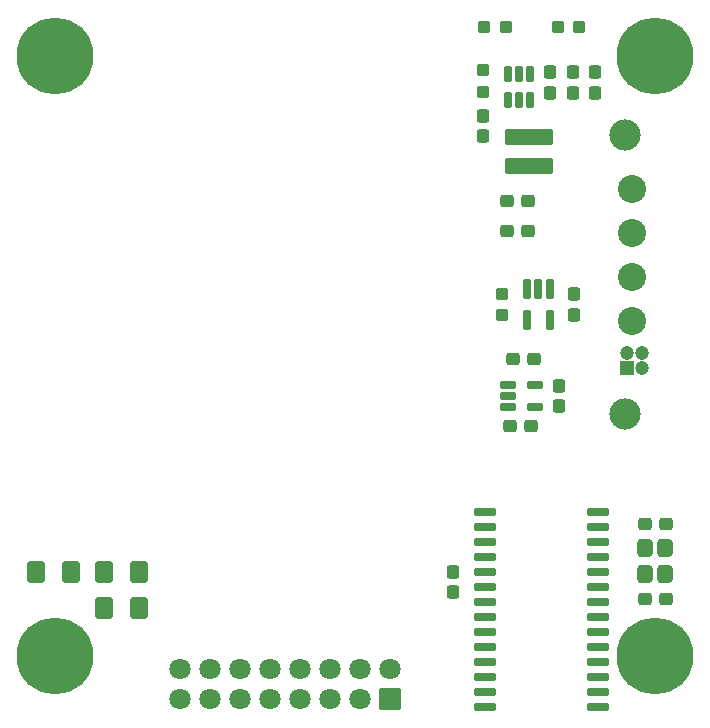
<source format=gts>
G04 #@! TF.GenerationSoftware,KiCad,Pcbnew,9.0.6*
G04 #@! TF.CreationDate,2026-01-15T23:38:00-05:00*
G04 #@! TF.ProjectId,telemetry_transmitter,74656c65-6d65-4747-9279-5f7472616e73,rev?*
G04 #@! TF.SameCoordinates,Original*
G04 #@! TF.FileFunction,Soldermask,Top*
G04 #@! TF.FilePolarity,Negative*
%FSLAX46Y46*%
G04 Gerber Fmt 4.6, Leading zero omitted, Abs format (unit mm)*
G04 Created by KiCad (PCBNEW 9.0.6) date 2026-01-15 23:38:00*
%MOMM*%
%LPD*%
G01*
G04 APERTURE LIST*
G04 Aperture macros list*
%AMRoundRect*
0 Rectangle with rounded corners*
0 $1 Rounding radius*
0 $2 $3 $4 $5 $6 $7 $8 $9 X,Y pos of 4 corners*
0 Add a 4 corners polygon primitive as box body*
4,1,4,$2,$3,$4,$5,$6,$7,$8,$9,$2,$3,0*
0 Add four circle primitives for the rounded corners*
1,1,$1+$1,$2,$3*
1,1,$1+$1,$4,$5*
1,1,$1+$1,$6,$7*
1,1,$1+$1,$8,$9*
0 Add four rect primitives between the rounded corners*
20,1,$1+$1,$2,$3,$4,$5,0*
20,1,$1+$1,$4,$5,$6,$7,0*
20,1,$1+$1,$6,$7,$8,$9,0*
20,1,$1+$1,$8,$9,$2,$3,0*%
G04 Aperture macros list end*
%ADD10RoundRect,0.263000X-0.263000X0.325500X-0.263000X-0.325500X0.263000X-0.325500X0.263000X0.325500X0*%
%ADD11RoundRect,0.263000X0.275500X0.263000X-0.275500X0.263000X-0.275500X-0.263000X0.275500X-0.263000X0*%
%ADD12RoundRect,0.263000X-0.325500X-0.263000X0.325500X-0.263000X0.325500X0.263000X-0.325500X0.263000X0*%
%ADD13RoundRect,0.263000X0.263000X-0.325500X0.263000X0.325500X-0.263000X0.325500X-0.263000X-0.325500X0*%
%ADD14RoundRect,0.188000X-0.188000X0.643000X-0.188000X-0.643000X0.188000X-0.643000X0.188000X0.643000X0*%
%ADD15RoundRect,0.267895X-0.495605X-0.658105X0.495605X-0.658105X0.495605X0.658105X-0.495605X0.658105X0*%
%ADD16RoundRect,0.102000X-1.900000X-0.600000X1.900000X-0.600000X1.900000X0.600000X-1.900000X0.600000X0*%
%ADD17RoundRect,0.263000X0.325500X0.263000X-0.325500X0.263000X-0.325500X-0.263000X0.325500X-0.263000X0*%
%ADD18RoundRect,0.263000X-0.263000X0.275500X-0.263000X-0.275500X0.263000X-0.275500X0.263000X0.275500X0*%
%ADD19RoundRect,0.175500X0.175500X-0.538000X0.175500X0.538000X-0.175500X0.538000X-0.175500X-0.538000X0*%
%ADD20RoundRect,0.175500X-0.538000X-0.175500X0.538000X-0.175500X0.538000X0.175500X-0.538000X0.175500X0*%
%ADD21RoundRect,0.263000X0.263000X-0.275500X0.263000X0.275500X-0.263000X0.275500X-0.263000X-0.275500X0*%
%ADD22RoundRect,0.051000X-0.850000X0.850000X-0.850000X-0.850000X0.850000X-0.850000X0.850000X0.850000X0*%
%ADD23C,1.802000*%
%ADD24RoundRect,0.175500X0.775500X0.175500X-0.775500X0.175500X-0.775500X-0.175500X0.775500X-0.175500X0*%
%ADD25C,2.652000*%
%ADD26RoundRect,0.102000X0.500000X-0.500000X0.500000X0.500000X-0.500000X0.500000X-0.500000X-0.500000X0*%
%ADD27C,1.204000*%
%ADD28C,2.379000*%
%ADD29RoundRect,0.271250X0.379750X-0.479750X0.379750X0.479750X-0.379750X0.479750X-0.379750X-0.479750X0*%
%ADD30C,0.902000*%
%ADD31C,6.502000*%
G04 APERTURE END LIST*
D10*
G04 #@! TO.C,C9*
X148513800Y-82500300D03*
X148513800Y-84225300D03*
G04 #@! TD*
D11*
G04 #@! TO.C,R10*
X156690700Y-74980800D03*
X154865700Y-74980800D03*
G04 #@! TD*
D12*
G04 #@! TO.C,C1*
X162256300Y-123367800D03*
X163981300Y-123367800D03*
G04 #@! TD*
D13*
G04 #@! TO.C,C6*
X158038800Y-80542300D03*
X158038800Y-78817300D03*
G04 #@! TD*
D14*
G04 #@! TO.C,U4*
X154162800Y-97125800D03*
X153212800Y-97125800D03*
X152262800Y-97125800D03*
X152262800Y-99825800D03*
X154162800Y-99825800D03*
G04 #@! TD*
D15*
G04 #@! TO.C,D1*
X110704300Y-121081800D03*
X113679300Y-121081800D03*
G04 #@! TD*
D16*
G04 #@! TO.C,L1*
X152450800Y-84296800D03*
X152450800Y-86746800D03*
G04 #@! TD*
D10*
G04 #@! TO.C,C14*
X154990800Y-105360300D03*
X154990800Y-107085300D03*
G04 #@! TD*
D12*
G04 #@! TO.C,C2*
X162256300Y-117017800D03*
X163981300Y-117017800D03*
G04 #@! TD*
D13*
G04 #@! TO.C,C8*
X154228800Y-80542300D03*
X154228800Y-78817300D03*
G04 #@! TD*
D17*
G04 #@! TO.C,C12*
X152551300Y-108762800D03*
X150826300Y-108762800D03*
G04 #@! TD*
D18*
G04 #@! TO.C,R9*
X148513800Y-78640300D03*
X148513800Y-80465300D03*
G04 #@! TD*
D12*
G04 #@! TO.C,C15*
X151091300Y-103050800D03*
X152816300Y-103050800D03*
G04 #@! TD*
D13*
G04 #@! TO.C,C3*
X145973800Y-122833300D03*
X145973800Y-121108300D03*
G04 #@! TD*
D15*
G04 #@! TO.C,D2*
X116419300Y-121081800D03*
X119394300Y-121081800D03*
G04 #@! TD*
D19*
G04 #@! TO.C,U3*
X150611800Y-81198300D03*
X151561800Y-81198300D03*
X152511800Y-81198300D03*
X152511800Y-78923300D03*
X151561800Y-78923300D03*
X150611800Y-78923300D03*
G04 #@! TD*
D20*
G04 #@! TO.C,U5*
X150678300Y-105272800D03*
X150678300Y-106222800D03*
X150678300Y-107172800D03*
X152953300Y-107172800D03*
X152953300Y-105272800D03*
G04 #@! TD*
D11*
G04 #@! TO.C,R11*
X150442300Y-74980800D03*
X148617300Y-74980800D03*
G04 #@! TD*
D15*
G04 #@! TO.C,D3*
X116419300Y-124129800D03*
X119394300Y-124129800D03*
G04 #@! TD*
D17*
G04 #@! TO.C,C10*
X152297300Y-92252800D03*
X150572300Y-92252800D03*
G04 #@! TD*
D21*
G04 #@! TO.C,R12*
X150164800Y-99388300D03*
X150164800Y-97563300D03*
G04 #@! TD*
D10*
G04 #@! TO.C,C13*
X156260800Y-97613300D03*
X156260800Y-99338300D03*
G04 #@! TD*
D22*
G04 #@! TO.C,J3*
X140624800Y-131913800D03*
D23*
X140624800Y-129373800D03*
X138084800Y-131913800D03*
X138084800Y-129373800D03*
X135544800Y-131913800D03*
X135544800Y-129373800D03*
X133004800Y-131913800D03*
X133004800Y-129373800D03*
X130464800Y-131913800D03*
X130464800Y-129373800D03*
X127924800Y-131913800D03*
X127924800Y-129373800D03*
X125384800Y-131913800D03*
X125384800Y-129373800D03*
X122844800Y-131913800D03*
X122844800Y-129373800D03*
G04 #@! TD*
D24*
G04 #@! TO.C,U1*
X158266800Y-132511800D03*
X158266800Y-131241800D03*
X158266800Y-129971800D03*
X158266800Y-128701800D03*
X158266800Y-127431800D03*
X158266800Y-126161800D03*
X158266800Y-124891800D03*
X158266800Y-123621800D03*
X158266800Y-122351800D03*
X158266800Y-121081800D03*
X158266800Y-119811800D03*
X158266800Y-118541800D03*
X158266800Y-117271800D03*
X158266800Y-116001800D03*
X148666800Y-116001800D03*
X148666800Y-117271800D03*
X148666800Y-118541800D03*
X148666800Y-119811800D03*
X148666800Y-121081800D03*
X148666800Y-122351800D03*
X148666800Y-123621800D03*
X148666800Y-124891800D03*
X148666800Y-126161800D03*
X148666800Y-127431800D03*
X148666800Y-128701800D03*
X148666800Y-129971800D03*
X148666800Y-131241800D03*
X148666800Y-132511800D03*
G04 #@! TD*
D25*
G04 #@! TO.C,J2*
X160561800Y-107760800D03*
X160561800Y-84110800D03*
D26*
X160761800Y-103860800D03*
D27*
X160761800Y-102610800D03*
X162011800Y-103860800D03*
X162011800Y-102610800D03*
D28*
X161181800Y-99910800D03*
X161181800Y-96160800D03*
X161181800Y-92410800D03*
X161181800Y-88660800D03*
G04 #@! TD*
D17*
G04 #@! TO.C,C11*
X152297300Y-89712800D03*
X150572300Y-89712800D03*
G04 #@! TD*
D13*
G04 #@! TO.C,C7*
X156133800Y-80542300D03*
X156133800Y-78817300D03*
G04 #@! TD*
D29*
G04 #@! TO.C,Y1*
X163968800Y-121292800D03*
X163968800Y-119092800D03*
X162268800Y-119092800D03*
X162268800Y-121292800D03*
G04 #@! TD*
D30*
G04 #@! TO.C,H3*
X114718800Y-77393800D03*
X114015856Y-79090856D03*
X114015856Y-75696744D03*
X112318800Y-79793800D03*
D31*
X112318800Y-77393800D03*
D30*
X112318800Y-74993800D03*
X110621744Y-79090856D03*
X110621744Y-75696744D03*
X109918800Y-77393800D03*
G04 #@! TD*
G04 #@! TO.C,H2*
X165518800Y-128193800D03*
X164815856Y-129890856D03*
X164815856Y-126496744D03*
X163118800Y-130593800D03*
D31*
X163118800Y-128193800D03*
D30*
X163118800Y-125793800D03*
X161421744Y-129890856D03*
X161421744Y-126496744D03*
X160718800Y-128193800D03*
G04 #@! TD*
G04 #@! TO.C,H4*
X165518800Y-77393800D03*
X164815856Y-79090856D03*
X164815856Y-75696744D03*
X163118800Y-79793800D03*
D31*
X163118800Y-77393800D03*
D30*
X163118800Y-74993800D03*
X161421744Y-79090856D03*
X161421744Y-75696744D03*
X160718800Y-77393800D03*
G04 #@! TD*
G04 #@! TO.C,H1*
X114718800Y-128193800D03*
X114015856Y-129890856D03*
X114015856Y-126496744D03*
X112318800Y-130593800D03*
D31*
X112318800Y-128193800D03*
D30*
X112318800Y-125793800D03*
X110621744Y-129890856D03*
X110621744Y-126496744D03*
X109918800Y-128193800D03*
G04 #@! TD*
M02*

</source>
